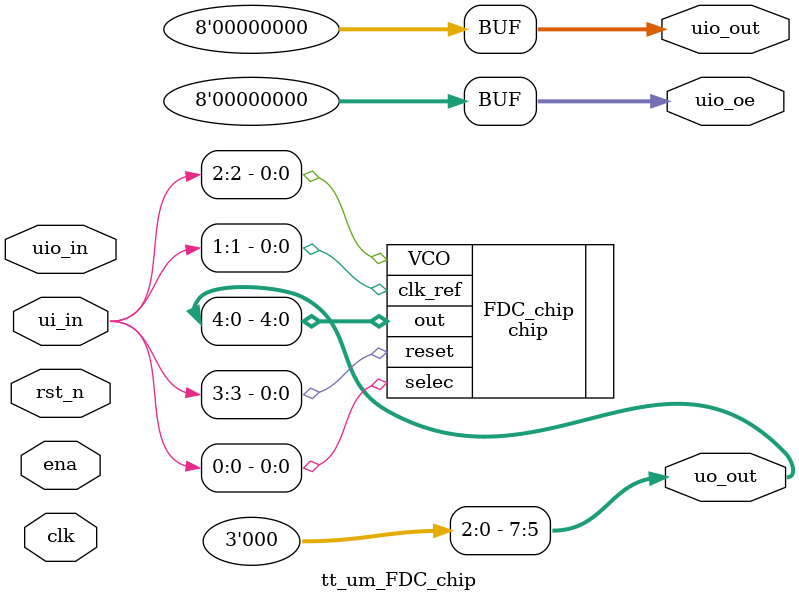
<source format=v>
/*
 * Copyright (c) 2024 Your Name
 * SPDX-License-Identifier: Apache-2.0
 */

`define default_netname none

module tt_um_FDC_chip (
    input  wire [7:0] ui_in,    // Dedicated inputs
    output wire [7:0] uo_out,   // Dedicated outputs
    input  wire [7:0] uio_in,   // IOs: Input path
    output wire [7:0] uio_out,  // IOs: Output path
    output wire [7:0] uio_oe,   // IOs: Enable path (active high: 0=input, 1=output)
    input  wire       ena,      // will go high when the design is enabled
    input  wire       clk,      // clock
    input  wire       rst_n     // reset_n - low to reset
);

  // All output pins must be assigned. If not used, assign to 0.
    assign uio_oe = 8'b0000_0000;
    assign uio_out = 8'b0000_0000;
    assign uo_out[7:5] = 5'b0_0000;

chip FDC_chip(
.reset(ui_in[3]),
.selec(ui_in[0]),
.clk_ref(ui_in[1]),
.VCO(ui_in[2]),
.out(uo_out[4:0])
);

endmodule

</source>
